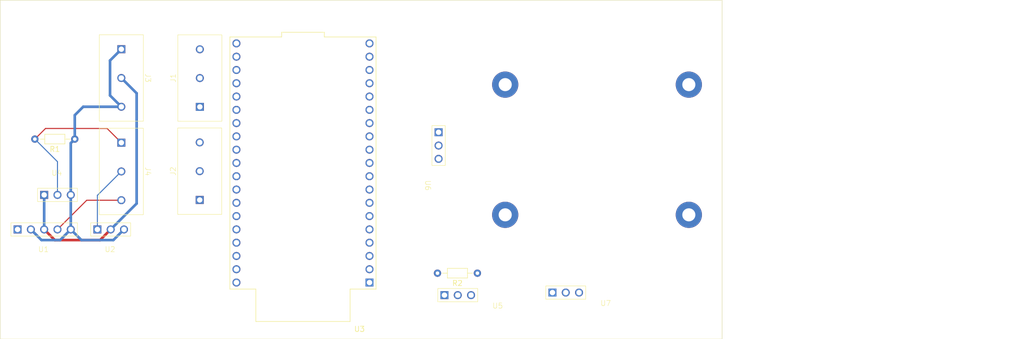
<source format=kicad_pcb>
(kicad_pcb (version 20221018) (generator pcbnew)
  (layers (0 "F.Cu" signal) (31 "B.Cu" signal) (34 "B.Paste" user) (35 "F.Paste" user) (36 "B.SilkS" user "B.Silkscreen") (37 "F.SilkS" user "F.Silkscreen") (38 "B.Mask" user) (39 "F.Mask" user) (44 "Edge.Cuts" user))
  (net 0 "")
  (net 1 "+3V3")
  (net 2 "/uv_ref_main")
  (net 3 "+3.3V")
  (net 4 "/air_temp_main")
  (net 5 "GND")
  (net 6 "/brightness_out_main")
  (net 7 "/uv_out_main")
  (net 8 "/air_temp")
  (net 9 "/brightness_out")
  (net 10 "GND1")
  (net 11 "/uv_out")
  (net 12 "/water_temp")
  (net 16 "/turbidity")
  (net 22 "/water_level")
  (net 31 "/water_level_power")
  (net 33 "/relay_brightness_lamp")
  (net 34 "/relay_uv_lamp")
  (net 40 "/relay_heater")
  (footprint "Diplomna:DS18B20_3dmodel" (layer "F.Cu") (at 76.327 87.376)
    (fp_text reference "U4" (at -5.207 -6.731 unlocked) (layer "F.SilkS") (effects (font (thickness 0.1))))
    (fp_text value "DS18B20-air")
    (fp_rect (start -8.89 -3.81) (end -1.27 -1.27) (stroke (width 0.1)) (fill none) (layer "F.SilkS"))
    (pad "1" thru_hole rect (at -7.62 -2.54) (size 1.53 1.53) (drill 1.02) (layers "*.Cu" "*.Mask") (net 10 "GND1"))
    (pad "2" thru_hole circle (at -5.08 -2.54) (size 1.53 1.53) (drill 1.02) (layers "*.Cu" "*.Mask") (net 8 "/air_temp"))
    (pad "3" thru_hole circle (at -2.54 -2.54) (size 1.53 1.53) (drill 1.02) (layers "*.Cu" "*.Mask") (net 1 "+3V3"))
  )
  (footprint "Resistor_THT:R_Axial_DIN0204_L3.6mm_D1.6mm_P7.62mm_Horizontal" (layer "F.Cu") (at 74.549 74.168 180)
    (fp_text reference "R1" (at 3.81 -1.92) (layer "F.SilkS"))
    (fp_text value "2.2k")
    (fp_line (start 0.94 0) (end 1.89 0) (stroke (width 0.12)) (layer "F.SilkS"))
    (fp_line (start 1.89 -0.92) (end 1.89 0.92) (stroke (width 0.12)) (layer "F.SilkS"))
    (fp_line (start 1.89 0.92) (end 5.73 0.92) (stroke (width 0.12)) (layer "F.SilkS"))
    (fp_line (start 5.73 -0.92) (end 1.89 -0.92) (stroke (width 0.12)) (layer "F.SilkS"))
    (fp_line (start 5.73 0.92) (end 5.73 -0.92) (stroke (width 0.12)) (layer "F.SilkS"))
    (fp_line (start 6.68 0) (end 5.73 0) (stroke (width 0.12)) (layer "F.SilkS"))
    (pad "1" thru_hole circle (at 0 0 180) (size 1.4 1.4) (drill 0.7) (layers "*.Cu" "*.Mask") (net 1 "+3V3"))
    (pad "2" thru_hole oval (at 7.62 0 180) (size 1.4 1.4) (drill 0.7) (layers "*.Cu" "*.Mask") (net 8 "/air_temp"))
  )
  (footprint "Diplomna:3pin_holes" (layer "F.Cu") (at 141.46 80.48 -90)
    (fp_text reference "U6" (at 2.54 -0.5 -90 unlocked) (layer "F.SilkS") (effects (font (thickness 0.1))))
    (fp_text value "Turbidity sensor")
    (fp_rect (start -8.89 -3.81) (end -1.27 -1.27) (stroke (width 0.1)) (fill none) (layer "F.SilkS"))
    (pad "1" thru_hole rect (at -7.62 -2.54 270) (size 1.53 1.53) (drill 1.02) (layers "*.Cu" "*.Mask") (net 3 "+3.3V"))
    (pad "2" thru_hole circle (at -5.08 -2.54 270) (size 1.53 1.53) (drill 1.02) (layers "*.Cu" "*.Mask") (net 5 "GND"))
    (pad "3" thru_hole circle (at -2.54 -2.54 270) (size 1.53 1.53) (drill 1.02) (layers "*.Cu" "*.Mask") (net 16 "/turbidity"))
  )
  (footprint "Diplomna:MODULE_ESP32-DEVKITC" (layer "F.Cu") (at 118.11 78.74 180)
    (fp_text reference "U3" (at -10.795 -31.75) (layer "F.SilkS"))
    (fp_text value "~")
    (fp_line (start -13.95 -24.1) (end -13.95 24.1) (stroke (width 0.127)) (layer "F.SilkS"))
    (fp_line (start -13.95 24.1) (end -4.07 24.1) (stroke (width 0.127)) (layer "F.SilkS"))
    (fp_line (start -9 -30.3) (end 9 -30.3) (stroke (width 0.127)) (layer "F.SilkS"))
    (fp_line (start -9 -24.1) (end -13.95 -24.1) (stroke (width 0.127)) (layer "F.SilkS"))
    (fp_line (start -9 -24.1) (end -9 -30.3) (stroke (width 0.127)) (layer "F.SilkS"))
    (fp_line (start -4.07 24.1) (end -4.07 25) (stroke (width 0.127)) (layer "F.SilkS"))
    (fp_line (start -4.07 25) (end 4.06 25) (stroke (width 0.127)) (layer "F.SilkS"))
    (fp_line (start 4.06 24.1) (end 13.95 24.1) (stroke (width 0.127)) (layer "F.SilkS"))
    (fp_line (start 4.06 25) (end 4.06 24.1) (stroke (width 0.127)) (layer "F.SilkS"))
    (fp_line (start 9 -30.3) (end 9 -24.1) (stroke (width 0.127)) (layer "F.SilkS"))
    (fp_line (start 13.95 -24.1) (end 9 -24.1) (stroke (width 0.127)) (layer "F.SilkS"))
    (fp_line (start 13.95 24.1) (end 13.95 -24.1) (stroke (width 0.127)) (layer "F.SilkS"))
    (pad "1" thru_hole rect (at -12.7 -22.85 180) (size 1.53 1.53) (drill 1.02) (layers "*.Cu" "*.Mask") (net 3 "+3.3V"))
    (pad "2" thru_hole circle (at -12.7 -20.31 180) (size 1.53 1.53) (drill 1.02) (layers "*.Cu" "*.Mask"))
    (pad "3" thru_hole circle (at -12.7 -17.77 180) (size 1.53 1.53) (drill 1.02) (layers "*.Cu" "*.Mask") (net 6 "/brightness_out_main"))
    (pad "4" thru_hole circle (at -12.7 -15.23 180) (size 1.53 1.53) (drill 1.02) (layers "*.Cu" "*.Mask"))
    (pad "5" thru_hole circle (at -12.7 -12.69 180) (size 1.53 1.53) (drill 1.02) (layers "*.Cu" "*.Mask"))
    (pad "6" thru_hole circle (at -12.7 -10.15 180) (size 1.53 1.53) (drill 1.02) (layers "*.Cu" "*.Mask") (net 4 "/air_temp_main"))
    (pad "7" thru_hole circle (at -12.7 -7.61 180) (size 1.53 1.53) (drill 1.02) (layers "*.Cu" "*.Mask") (net 7 "/uv_out_main"))
    (pad "8" thru_hole circle (at -12.7 -5.07 180) (size 1.53 1.53) (drill 1.02) (layers "*.Cu" "*.Mask") (net 16 "/turbidity"))
    (pad "9" thru_hole circle (at -12.7 -2.53 180) (size 1.53 1.53) (drill 1.02) (layers "*.Cu" "*.Mask"))
    (pad "10" thru_hole circle (at -12.7 0.01 180) (size 1.53 1.53) (drill 1.02) (layers "*.Cu" "*.Mask"))
    (pad "11" thru_hole circle (at -12.7 2.55 180) (size 1.53 1.53) (drill 1.02) (layers "*.Cu" "*.Mask"))
    (pad "12" thru_hole circle (at -12.7 5.09 180) (size 1.53 1.53) (drill 1.02) (layers "*.Cu" "*.Mask"))
    (pad "13" thru_hole circle (at -12.7 7.63 180) (size 1.53 1.53) (drill 1.02) (layers "*.Cu" "*.Mask") (net 2 "/uv_ref_main"))
    (pad "14" thru_hole circle (at -12.7 10.17 180) (size 1.53 1.53) (drill 1.02) (layers "*.Cu" "*.Mask"))
    (pad "15" thru_hole circle (at -12.7 12.71 180) (size 1.53 1.53) (drill 1.02) (layers "*.Cu" "*.Mask") (net 22 "/water_level"))
    (pad "16" thru_hole circle (at -12.7 15.25 180) (size 1.53 1.53) (drill 1.02) (layers "*.Cu" "*.Mask"))
    (pad "17" thru_hole circle (at -12.7 17.79 180) (size 1.53 1.53) (drill 1.02) (layers "*.Cu" "*.Mask"))
    (pad "18" thru_hole circle (at -12.7 20.33 180) (size 1.53 1.53) (drill 1.02) (layers "*.Cu" "*.Mask"))
    (pad "19" thru_hole circle (at -12.7 22.87 180) (size 1.53 1.53) (drill 1.02) (layers "*.Cu" "*.Mask"))
    (pad "20" thru_hole circle (at 12.7 22.87 180) (size 1.53 1.53) (drill 1.02) (layers "*.Cu" "*.Mask") (net 5 "GND"))
    (pad "21" thru_hole circle (at 12.7 20.33 180) (size 1.53 1.53) (drill 1.02) (layers "*.Cu" "*.Mask"))
    (pad "22" thru_hole circle (at 12.7 17.79 180) (size 1.53 1.53) (drill 1.02) (layers "*.Cu" "*.Mask"))
    (pad "23" thru_hole circle (at 12.7 15.25 180) (size 1.53 1.53) (drill 1.02) (layers "*.Cu" "*.Mask"))
    (pad "24" thru_hole circle (at 12.7 12.71 180) (size 1.53 1.53) (drill 1.02) (layers "*.Cu" "*.Mask"))
    (pad "25" thru_hole circle (at 12.7 10.17 180) (size 1.53 1.53) (drill 1.02) (layers "*.Cu" "*.Mask") (net 31 "/water_level_power"))
    (pad "26" thru_hole circle (at 12.7 7.63 180) (size 1.53 1.53) (drill 1.02) (layers "*.Cu" "*.Mask"))
    (pad "27" thru_hole circle (at 12.7 5.09 180) (size 1.53 1.53) (drill 1.02) (layers "*.Cu" "*.Mask") (net 33 "/relay_brightness_lamp"))
    (pad "28" thru_hole circle (at 12.7 2.55 180) (size 1.53 1.53) (drill 1.02) (layers "*.Cu" "*.Mask") (net 34 "/relay_uv_lamp"))
    (pad "29" thru_hole circle (at 12.7 0.01 180) (size 1.53 1.53) (drill 1.02) (layers "*.Cu" "*.Mask"))
    (pad "30" thru_hole circle (at 12.7 -2.53 180) (size 1.53 1.53) (drill 1.02) (layers "*.Cu" "*.Mask"))
    (pad "31" thru_hole circle (at 12.7 -5.07 180) (size 1.53 1.53) (drill 1.02) (layers "*.Cu" "*.Mask"))
    (pad "32" thru_hole circle (at 12.7 -7.61 180) (size 1.53 1.53) (drill 1.02) (layers "*.Cu" "*.Mask") (net 12 "/water_temp"))
    (pad "33" thru_hole circle (at 12.7 -10.15 180) (size 1.53 1.53) (drill 1.02) (layers "*.Cu" "*.Mask"))
    (pad "34" thru_hole circle (at 12.7 -12.69 180) (size 1.53 1.53) (drill 1.02) (layers "*.Cu" "*.Mask"))
    (pad "35" thru_hole circle (at 12.7 -15.23 180) (size 1.53 1.53) (drill 1.02) (layers "*.Cu" "*.Mask") (net 40 "/relay_heater"))
    (pad "36" thru_hole circle (at 12.7 -17.77 180) (size 1.53 1.53) (drill 1.02) (layers "*.Cu" "*.Mask"))
    (pad "37" thru_hole circle (at 12.7 -20.31 180) (size 1.53 1.53) (drill 1.02) (layers "*.Cu" "*.Mask"))
    (pad "38" thru_hole circle (at 12.7 -22.85 180) (size 1.53 1.53) (drill 1.02) (layers "*.Cu" "*.Mask"))
  )
  (footprint "MountingHole:MountingHole_2.5mm_Pad_TopBottom" (layer "F.Cu") (at 156.718 63.754)
    (fp_text reference "REF**" hide)
    (fp_text value "MountingHole_2.5mm_Pad_TopBottom" hide)
    (pad "1" thru_hole circle (at 0 0) (size 2.9 2.9) (drill 2.5) (layers "*.Cu" "*.Mask"))
    (pad "1" connect circle (at 0 0) (size 5 5) (layers "F.Cu" "F.Mask"))
    (pad "1" connect circle (at 0 0) (size 5 5) (layers "B.Cu" "B.Mask"))
  )
  (footprint "Diplomna:Relay" (layer "F.Cu") (at 254.508 101.092 -90)
    (fp_text reference "K1" hide)
    (fp_text value "Relay_SPDT")
  )
  (footprint "Diplomna:3pin_holes" (layer "F.Cu") (at 86.487 93.98)
    (fp_text reference "U2" (at -5.207 1.27 unlocked) (layer "F.SilkS") (effects (font (thickness 0.1))))
    (fp_text value "TEMT6000")
    (fp_rect (start -8.89 -3.81) (end -1.27 -1.27) (stroke (width 0.1)) (fill none) (layer "F.SilkS"))
    (pad "1" thru_hole rect (at -7.62 -2.54) (size 1.53 1.53) (drill 1.02) (layers "*.Cu" "*.Mask") (net 9 "/brightness_out"))
    (pad "2" thru_hole circle (at -5.08 -2.54) (size 1.53 1.53) (drill 1.02) (layers "*.Cu" "*.Mask") (net 10 "GND1"))
    (pad "3" thru_hole circle (at -2.54 -2.54) (size 1.53 1.53) (drill 1.02) (layers "*.Cu" "*.Mask") (net 1 "+3V3"))
  )
  (footprint "Diplomna:connector_3p" (layer "F.Cu") (at 83.439 62.484 -90)
    (fp_text reference "J3" (at 0 -5.08 -90 unlocked) (layer "F.SilkS") (effects (font (thickness 0.1))))
    (fp_text value "Conn_01x03_Pin")
    (fp_rect (start -8.26 -4.206) (end 8.26 4.206) (stroke (width 0.1)) (fill none) (layer "F.SilkS"))
    (pad "1" thru_hole rect (at -5.5 0 270) (size 1.53 1.53) (drill 1.02) (layers "*.Cu" "*.Mask") (net 1 "+3V3"))
    (pad "2" thru_hole circle (at 0 0 270) (size 1.53 1.53) (drill 1.02) (layers "*.Cu" "*.Mask") (net 10 "GND1"))
    (pad "3" thru_hole circle (at 5.5 0 270) (size 1.53 1.53) (drill 1.02) (layers "*.Cu" "*.Mask") (net 1 "+3V3"))
  )
  (footprint "Diplomna:connector_3p" (layer "F.Cu") (at 83.439 80.352 -90)
    (fp_text reference "J4" (at 0 -5.08 -90 unlocked) (layer "F.SilkS") (effects (font (thickness 0.1))))
    (fp_text value "Conn_01x03_Pin")
    (fp_rect (start -8.26 -4.206) (end 8.26 4.206) (stroke (width 0.1)) (fill none) (layer "F.SilkS"))
    (pad "1" thru_hole rect (at -5.5 0 270) (size 1.53 1.53) (drill 1.02) (layers "*.Cu" "*.Mask") (net 8 "/air_temp"))
    (pad "2" thru_hole circle (at 0 0 270) (size 1.53 1.53) (drill 1.02) (layers "*.Cu" "*.Mask") (net 9 "/brightness_out"))
    (pad "3" thru_hole circle (at 5.5 0 270) (size 1.53 1.53) (drill 1.02) (layers "*.Cu" "*.Mask") (net 11 "/uv_out"))
  )
  (footprint "Resistor_THT:R_Axial_DIN0204_L3.6mm_D1.6mm_P7.62mm_Horizontal" (layer "F.Cu") (at 151.41 99.8 180)
    (fp_text reference "R2" (at 3.81 -1.92) (layer "F.SilkS"))
    (fp_text value "2.2k")
    (fp_line (start 0.94 0) (end 1.89 0) (stroke (width 0.12)) (layer "F.SilkS"))
    (fp_line (start 1.89 -0.92) (end 1.89 0.92) (stroke (width 0.12)) (layer "F.SilkS"))
    (fp_line (start 1.89 0.92) (end 5.73 0.92) (stroke (width 0.12)) (layer "F.SilkS"))
    (fp_line (start 5.73 -0.92) (end 1.89 -0.92) (stroke (width 0.12)) (layer "F.SilkS"))
    (fp_line (start 5.73 0.92) (end 5.73 -0.92) (stroke (width 0.12)) (layer "F.SilkS"))
    (fp_line (start 6.68 0) (end 5.73 0) (stroke (width 0.12)) (layer "F.SilkS"))
    (pad "1" thru_hole circle (at 0 0 180) (size 1.4 1.4) (drill 0.7) (layers "*.Cu" "*.Mask") (net 3 "+3.3V"))
    (pad "2" thru_hole oval (at 7.62 0 180) (size 1.4 1.4) (drill 0.7) (layers "*.Cu" "*.Mask") (net 12 "/water_temp"))
  )
  (footprint "Diplomna:3pin_holes" (layer "F.Cu") (at 173.355 106.045)
    (fp_text reference "U7" (at 2.54 -0.5 unlocked) (layer "F.SilkS") (effects (font (thickness 0.1))))
    (fp_text value "Water Level")
    (fp_rect (start -8.89 -3.81) (end -1.27 -1.27) (stroke (width 0.1)) (fill none) (layer "F.SilkS"))
    (pad "1" thru_hole rect (at -7.62 -2.54) (size 1.53 1.53) (drill 1.02) (layers "*.Cu" "*.Mask") (net 5 "GND"))
    (pad "2" thru_hole circle (at -5.08 -2.54) (size 1.53 1.53) (drill 1.02) (layers "*.Cu" "*.Mask") (net 31 "/water_level_power"))
    (pad "3" thru_hole circle (at -2.54 -2.54) (size 1.53 1.53) (drill 1.02) (layers "*.Cu" "*.Mask") (net 22 "/water_level"))
  )
  (footprint "MountingHole:MountingHole_2.5mm_Pad_TopBottom" (layer "F.Cu") (at 191.77 63.754)
    (fp_text reference "REF**" hide)
    (fp_text value "MountingHole_2.5mm_Pad_TopBottom" hide)
    (pad "1" thru_hole circle (at 0 0) (size 2.9 2.9) (drill 2.5) (layers "*.Cu" "*.Mask"))
    (pad "1" connect circle (at 0 0) (size 5 5) (layers "F.Cu" "F.Mask"))
    (pad "1" connect circle (at 0 0) (size 5 5) (layers "B.Cu" "B.Mask"))
  )
  (footprint "Diplomna:5pin_holes" (layer "F.Cu") (at 78.867 97.155)
    (fp_text reference "U1" (at -10.287 -1.905 unlocked) (layer "F.SilkS") (effects (font (thickness 0.1))))
    (fp_text value "GY-8511 UV sensor")
    (fp_rect (start -16.51 -6.985) (end -3.81 -4.445) (stroke (width 0.1)) (fill none) (layer "F.SilkS"))
    (pad "1" thru_hole rect (at -15.24 -5.715) (size 1.53 1.53) (drill 1.02) (layers "*.Cu" "*.Mask"))
    (pad "2" thru_hole circle (at -12.7 -5.715) (size 1.53 1.53) (drill 1.02) (layers "*.Cu" "*.Mask") (net 1 "+3V3"))
    (pad "3" thru_hole circle (at -10.16 -5.715) (size 1.53 1.53) (drill 1.02) (layers "*.Cu" "*.Mask") (net 10 "GND1"))
    (pad "4" thru_hole circle (at -7.62 -5.715) (size 1.53 1.53) (drill 1.02) (layers "*.Cu" "*.Mask") (net 11 "/uv_out"))
    (pad "5" thru_hole circle (at -5.08 -5.715) (size 1.53 1.53) (drill 1.02) (layers "*.Cu" "*.Mask") (net 1 "+3V3"))
  )
  (footprint "Diplomna:connector_3p" (layer "F.Cu") (at 98.4 80.3 90)
    (fp_text reference "J2" (at 0 -5.08 90 unlocked) (layer "F.SilkS") (effects (font (thickness 0.1))))
    (fp_text value "Conn_01x03_Pin")
    (fp_rect (start -8.26 -4.206) (end 8.26 4.206) (stroke (width 0.1)) (fill none) (layer "F.SilkS"))
    (pad "1" thru_hole rect (at -5.5 0 90) (size 1.53 1.53) (drill 1.02) (layers "*.Cu" "*.Mask") (net 4 "/air_temp_main"))
    (pad "2" thru_hole circle (at 0 0 90) (size 1.53 1.53) (drill 1.02) (layers "*.Cu" "*.Mask") (net 6 "/brightness_out_main"))
    (pad "3" thru_hole circle (at 5.5 0 90) (size 1.53 1.53) (drill 1.02) (layers "*.Cu" "*.Mask") (net 7 "/uv_out_main"))
  )
  (footprint "MountingHole:MountingHole_2.5mm_Pad_TopBottom" (layer "F.Cu") (at 191.77 88.646)
    (fp_text reference "REF**" hide)
    (fp_text value "MountingHole_2.5mm_Pad_TopBottom" hide)
    (pad "1" thru_hole circle (at 0 0) (size 2.9 2.9) (drill 2.5) (layers "*.Cu" "*.Mask"))
    (pad "1" connect circle (at 0 0) (size 5 5) (layers "F.Cu" "F.Mask"))
    (pad "1" connect circle (at 0 0) (size 5 5) (layers "B.Cu" "B.Mask"))
  )
  (footprint "Diplomna:connector_3p" (layer "F.Cu") (at 98.425 62.5 90)
    (fp_text reference "J1" (at 0 -5.08 90 unlocked) (layer "F.SilkS") (effects (font (thickness 0.1))))
    (fp_text value "Conn_01x03_Pin")
    (fp_rect (start -8.26 -4.206) (end 8.26 4.206) (stroke (width 0.1)) (fill none) (layer "F.SilkS"))
    (pad "1" thru_hole rect (at -5.5 0 90) (size 1.53 1.53) (drill 1.02) (layers "*.Cu" "*.Mask") (net 3 "+3.3V"))
    (pad "2" thru_hole circle (at 0 0 90) (size 1.53 1.53) (drill 1.02) (layers "*.Cu" "*.Mask") (net 5 "GND"))
    (pad "3" thru_hole circle (at 5.5 0 90) (size 1.53 1.53) (drill 1.02) (layers "*.Cu" "*.Mask") (net 2 "/uv_ref_main"))
  )
  (footprint "Diplomna:DS18B20_3dmodel" (layer "F.Cu") (at 152.74 106.54)
    (fp_text reference "U5" (at 2.54 -0.5 unlocked) (layer "F.SilkS") (effects (font (thickness 0.1))))
    (fp_text value "DS18B20-water")
    (fp_rect (start -8.89 -3.81) (end -1.27 -1.27) (stroke (width 0.1)) (fill none) (layer "F.SilkS"))
    (pad "1" thru_hole rect (at -7.62 -2.54) (size 1.53 1.53) (drill 1.02) (layers "*.Cu" "*.Mask") (net 5 "GND"))
    (pad "2" thru_hole circle (at -5.08 -2.54) (size 1.53 1.53) (drill 1.02) (layers "*.Cu" "*.Mask") (net 12 "/water_temp"))
    (pad "3" thru_hole circle (at -2.54 -2.54) (size 1.53 1.53) (drill 1.02) (layers "*.Cu" "*.Mask") (net 3 "+3.3V"))
  )
  (footprint "MountingHole:MountingHole_2.5mm_Pad_TopBottom" (layer "F.Cu") (at 156.718 88.646)
    (fp_text reference "REF**" hide)
    (fp_text value "MountingHole_2.5mm_Pad_TopBottom" hide)
    (pad "1" thru_hole circle (at 0 0) (size 2.9 2.9) (drill 2.5) (layers "*.Cu" "*.Mask"))
    (pad "1" connect circle (at 0 0) (size 5 5) (layers "F.Cu" "F.Mask"))
    (pad "1" connect circle (at 0 0) (size 5 5) (layers "B.Cu" "B.Mask"))
  )
  (gr_rect (start 60.325 47.625) (end 198.12 112.395) (stroke (width 0.1)) (fill none) (layer "F.SilkS"))
  (gr_rect (start 60.325 47.625) (end 198.12 112.395) (stroke (width 0.05)) (fill none) (layer "Edge.Cuts"))
  (segment (start 74.549 74.168) (end 74.549 69.596) (width 0.5) (layer "B.Cu") (net 1))
  (segment (start 81.28 65.825) (end 81.28 59.143) (width 0.5) (layer "B.Cu") (net 1))
  (segment (start 66.167 91.44) (end 68.199 93.472) (width 0.5) (layer "B.Cu") (net 1))
  (segment (start 83.947 91.44) (end 81.915 93.472) (width 0.5) (layer "B.Cu") (net 1))
  (segment (start 83.439 67.984) (end 81.28 65.825) (width 0.5) (layer "B.Cu") (net 1))
  (segment (start 68.199 93.472) (end 71.755 93.472) (width 0.5) (layer "B.Cu") (net 1))
  (segment (start 73.787 91.44) (end 73.787 84.836) (width 0.5) (layer "B.Cu") (net 1))
  (segment (start 73.787 84.836) (end 73.787 74.93) (width 0.5) (layer "B.Cu") (net 1))
  (segment (start 75.819 93.472) (end 73.787 91.44) (width 0.5) (layer "B.Cu") (net 1))
  (segment (start 76.161 67.984) (end 83.439 67.984) (width 0.5) (layer "B.Cu") (net 1))
  (segment (start 71.755 93.472) (end 73.787 91.44) (width 0.5) (layer "B.Cu") (net 1))
  (segment (start 74.549 69.596) (end 76.161 67.984) (width 0.5) (layer "B.Cu") (net 1))
  (segment (start 73.787 74.93) (end 74.549 74.168) (width 0.5) (layer "B.Cu") (net 1))
  (segment (start 81.28 59.143) (end 83.439 56.984) (width 0.5) (layer "B.Cu") (net 1))
  (segment (start 81.915 93.472) (end 75.819 93.472) (width 0.5) (layer "B.Cu") (net 1))
  (segment (start 66.929 74.168) (end 68.961 72.136) (width 0.2) (layer "F.Cu") (net 8))
  (segment (start 68.961 72.136) (end 80.723 72.136) (width 0.2) (layer "F.Cu") (net 8))
  (segment (start 80.723 72.136) (end 83.439 74.852) (width 0.2) (layer "F.Cu") (net 8))
  (segment (start 71.247 84.836) (end 71.247 78.486) (width 0.2) (layer "B.Cu") (net 8))
  (segment (start 71.247 78.486) (end 66.929 74.168) (width 0.2) (layer "B.Cu") (net 8))
  (segment (start 83.439 80.352) (end 78.867 84.924) (width 0.2) (layer "B.Cu") (net 9))
  (segment (start 78.867 84.924) (end 78.867 91.44) (width 0.2) (layer "B.Cu") (net 9))
  (segment (start 79.375 93.472) (end 70.739 93.472) (width 0.5) (layer "F.Cu") (net 10))
  (segment (start 81.407 91.44) (end 79.375 93.472) (width 0.5) (layer "F.Cu") (net 10))
  (segment (start 70.739 93.472) (end 68.707 91.44) (width 0.5) (layer "F.Cu") (net 10))
  (segment (start 86.36 86.487) (end 81.407 91.44) (width 0.5) (layer "B.Cu") (net 10))
  (segment (start 86.36 65.405) (end 86.36 86.487) (width 0.5) (layer "B.Cu") (net 10))
  (segment (start 68.707 91.44) (end 68.707 84.836) (width 0.5) (layer "B.Cu") (net 10))
  (segment (start 83.439 62.484) (end 86.36 65.405) (width 0.5) (layer "B.Cu") (net 10))
  (segment (start 71.247 91.44) (end 76.835 85.852) (width 0.2) (layer "F.Cu") (net 11))
  (segment (start 76.835 85.852) (end 83.439 85.852) (width 0.2) (layer "F.Cu") (net 11))
)
</source>
